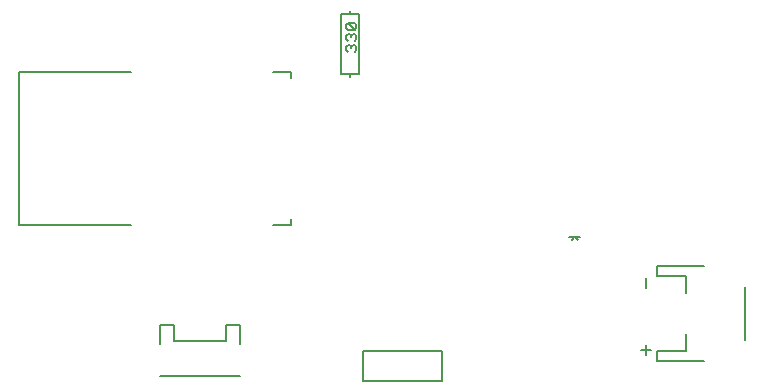
<source format=gto>
G75*
%MOIN*%
%OFA0B0*%
%FSLAX25Y25*%
%IPPOS*%
%LPD*%
%AMOC8*
5,1,8,0,0,1.08239X$1,22.5*
%
%ADD10C,0.00500*%
%ADD11C,0.00700*%
%ADD12C,0.00800*%
%ADD13C,0.00600*%
D10*
X0002969Y0062626D02*
X0002969Y0113807D01*
X0040370Y0113807D01*
X0087614Y0113807D02*
X0093520Y0113807D01*
X0093520Y0111839D01*
X0093520Y0064594D02*
X0093520Y0062626D01*
X0087614Y0062626D01*
X0040370Y0062626D02*
X0002969Y0062626D01*
X0215528Y0048965D02*
X0215528Y0045618D01*
X0225370Y0045618D01*
X0225370Y0040106D01*
X0231276Y0048965D02*
X0215528Y0048965D01*
X0245055Y0042075D02*
X0245055Y0024358D01*
X0231276Y0017469D02*
X0215528Y0017469D01*
X0215528Y0020815D01*
X0225370Y0020815D01*
X0225370Y0026327D01*
D11*
X0213677Y0021045D02*
X0210407Y0021045D01*
X0212042Y0019410D02*
X0212042Y0022680D01*
X0212042Y0041910D02*
X0212042Y0045180D01*
D12*
X0076630Y0012508D02*
X0049858Y0012508D01*
X0049858Y0023138D02*
X0049858Y0029437D01*
X0054583Y0029437D01*
X0054583Y0023925D01*
X0071906Y0023925D01*
X0071906Y0029437D01*
X0076630Y0029437D01*
X0076630Y0023138D01*
X0117555Y0020835D02*
X0117555Y0010598D01*
X0143933Y0010598D01*
X0143933Y0020835D01*
X0117555Y0020835D01*
X0186433Y0058886D02*
X0188244Y0058886D01*
X0189165Y0057665D01*
X0190055Y0058886D02*
X0188244Y0058886D01*
X0188144Y0058825D02*
X0187384Y0057665D01*
X0116244Y0113217D02*
X0113244Y0113217D01*
X0113244Y0112217D01*
X0113244Y0113217D02*
X0110244Y0113217D01*
X0110244Y0133217D01*
X0113244Y0133217D01*
X0113244Y0134217D01*
X0113244Y0133217D02*
X0116244Y0133217D01*
X0116244Y0113217D01*
D13*
X0114877Y0120467D02*
X0115444Y0121034D01*
X0115444Y0122169D01*
X0114877Y0122736D01*
X0114310Y0122736D01*
X0113743Y0122169D01*
X0113743Y0121601D01*
X0113743Y0122169D02*
X0113175Y0122736D01*
X0112608Y0122736D01*
X0112041Y0122169D01*
X0112041Y0121034D01*
X0112608Y0120467D01*
X0112608Y0124150D02*
X0112041Y0124717D01*
X0112041Y0125852D01*
X0112608Y0126419D01*
X0113175Y0126419D01*
X0113743Y0125852D01*
X0114310Y0126419D01*
X0114877Y0126419D01*
X0115444Y0125852D01*
X0115444Y0124717D01*
X0114877Y0124150D01*
X0113743Y0125285D02*
X0113743Y0125852D01*
X0114877Y0127833D02*
X0112608Y0127833D01*
X0112041Y0128401D01*
X0112041Y0129535D01*
X0112608Y0130102D01*
X0114877Y0127833D01*
X0115444Y0128401D01*
X0115444Y0129535D01*
X0114877Y0130102D01*
X0112608Y0130102D01*
M02*

</source>
